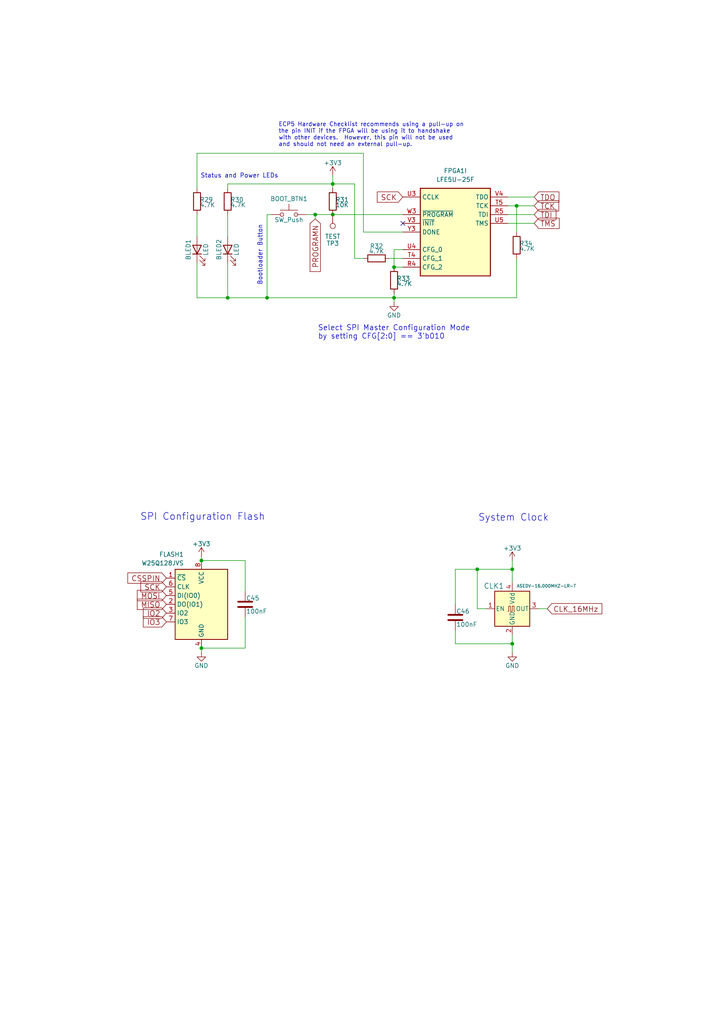
<source format=kicad_sch>
(kicad_sch (version 20231120) (generator "eeschema") (generator_version "8.0")
  (paper "A4" portrait)
  (lib_symbols
    (symbol "Connector:TestPoint" (pin_numbers hide) (pin_names (offset 0.762) hide)
      (property "Reference" "TP" (at 0 6.858 0))
      (property "Value" "TestPoint" (at 0 5.08 0))
      (symbol "TestPoint_0_1"
        (circle (center 0 3.302) (radius 0.762))
      )
      (symbol "TestPoint_1_1"
        (pin passive line (at 0 0 90) (length 2.54) (name "1") (number "1"))
      )
    )
    (symbol "Device:C" (pin_numbers hide) (pin_names (offset 0.254))
      (property "Reference" "C" (at 0.635 2.54 0))
      (property "Value" "C" (at 0.635 -2.54 0))
      (symbol "C_0_1"
        (polyline (pts (xy -2.032 -0.762) (xy 2.032 -0.762)) (stroke (width 0.508)))
        (polyline (pts (xy -2.032 0.762) (xy 2.032 0.762)) (stroke (width 0.508)))
      )
      (symbol "C_1_1"
        (pin passive line (at 0 3.81 270) (length 2.794) (name "~") (number "1"))
        (pin passive line (at 0 -3.81 90) (length 2.794) (name "~") (number "2"))
      )
    )
    (symbol "Device:LED" (pin_numbers hide) (pin_names (offset 1.016) hide)
      (property "Reference" "D" (at 0 2.54 0))
      (property "Value" "LED" (at 0 -2.54 0))
      (symbol "LED_0_1"
        (polyline (pts (xy -1.27 -1.27) (xy -1.27 1.27)) (stroke (width 0.254)))
        (polyline (pts (xy -1.27 0) (xy 1.27 0)))
        (polyline (pts (xy 1.27 -1.27) (xy 1.27 1.27) (xy -1.27 0) (xy 1.27 -1.27)) (stroke (width 0.254)))
        (polyline (pts (xy -3.048 -0.762) (xy -4.572 -2.286) (xy -3.81 -2.286) (xy -4.572 -2.286) (xy -4.572 -1.524)))
        (polyline (pts (xy -1.778 -0.762) (xy -3.302 -2.286) (xy -2.54 -2.286) (xy -3.302 -2.286) (xy -3.302 -1.524)))
      )
      (symbol "LED_1_1"
        (pin passive line (at -3.81 0 0) (length 2.54) (name "K") (number "1"))
        (pin passive line (at 3.81 0 180) (length 2.54) (name "A") (number "2"))
      )
    )
    (symbol "Device:R" (pin_numbers hide) (pin_names (offset 0))
      (property "Reference" "R" (at 2.032 0 90))
      (property "Value" "R" (at 0 0 90))
      (symbol "R_0_1"
        (rectangle (start -1.016 -2.54) (end 1.016 2.54) (stroke (width 0.254)))
      )
      (symbol "R_1_1"
        (pin passive line (at 0 3.81 270) (length 1.27) (name "~") (number "1"))
        (pin passive line (at 0 -3.81 90) (length 1.27) (name "~") (number "2"))
      )
    )
    (symbol "FPGA_Lattice:LFE5U-85F-8BG381x"
      (property "Reference" "U" (at 24.13 16.51 0))
      (property "Value" "LFE5U-85F-8BG381x" (at 24.13 13.97 0))
      (symbol "LFE5U-85F-8BG381x_1_1"
        (rectangle (start -25.4 10.16) (end 25.4 -10.16) (stroke (width 0.3048)) (fill (type background)))
        (pin passive line (at 0 -15.24 90) (length 5.08) hide (name "GND") (number "B14"))
        (pin passive line (at 0 -15.24 90) (length 5.08) hide (name "GND") (number "B7"))
        (pin power_in line (at 0 -15.24 90) (length 5.08) (name "GND") (number "C19"))
        (pin passive line (at 0 -15.24 90) (length 5.08) hide (name "GND") (number "D4"))
        (pin passive line (at 0 -15.24 90) (length 5.08) hide (name "GND") (number "F13"))
        (pin passive line (at 0 -15.24 90) (length 5.08) hide (name "GND") (number "F14"))
        (pin passive line (at 12.7 15.24 270) (length 5.08) hide (name "VCCAUX") (number "F15"))
        (pin passive line (at 12.7 15.24 270) (length 5.08) hide (name "VCCAUX") (number "F6"))
        (pin passive line (at 0 -15.24 90) (length 5.08) hide (name "GND") (number "F7"))
        (pin passive line (at 0 -15.24 90) (length 5.08) hide (name "GND") (number "F8"))
        (pin passive line (at 0 -15.24 90) (length 5.08) hide (name "GND") (number "G10"))
        (pin passive line (at 0 -15.24 90) (length 5.08) hide (name "GND") (number "G11"))
        (pin passive line (at 0 -15.24 90) (length 5.08) hide (name "GND") (number "G12"))
        (pin passive line (at 0 -15.24 90) (length 5.08) hide (name "GND") (number "G13"))
        (pin passive line (at 0 -15.24 90) (length 5.08) hide (name "GND") (number "G14"))
        (pin passive line (at 0 -15.24 90) (length 5.08) hide (name "GND") (number "G15"))
        (pin passive line (at 0 -15.24 90) (length 5.08) hide (name "GND") (number "G17"))
        (pin passive line (at 0 -15.24 90) (length 5.08) hide (name "GND") (number "G4"))
        (pin passive line (at 0 -15.24 90) (length 5.08) hide (name "GND") (number "G6"))
        (pin passive line (at 0 -15.24 90) (length 5.08) hide (name "GND") (number "G7"))
        (pin passive line (at 0 -15.24 90) (length 5.08) hide (name "GND") (number "G8"))
        (pin passive line (at 0 -15.24 90) (length 5.08) hide (name "GND") (number "G9"))
        (pin passive line (at 0 15.24 270) (length 5.08) hide (name "VCC") (number "H10"))
        (pin passive line (at 0 15.24 270) (length 5.08) hide (name "VCC") (number "H11"))
        (pin passive line (at 0 15.24 270) (length 5.08) hide (name "VCC") (number "H12"))
        (pin power_in line (at 0 15.24 270) (length 5.08) (name "VCC") (number "H13"))
        (pin passive line (at 0 -15.24 90) (length 5.08) hide (name "GND") (number "H19"))
        (pin passive line (at 0 15.24 270) (length 5.08) hide (name "VCC") (number "H8"))
        (pin passive line (at 0 15.24 270) (length 5.08) hide (name "VCC") (number "H9"))
        (pin passive line (at 0 -15.24 90) (length 5.08) hide (name "GND") (number "J10"))
        (pin passive line (at 0 -15.24 90) (length 5.08) hide (name "GND") (number "J11"))
        (pin passive line (at 0 -15.24 90) (length 5.08) hide (name "GND") (number "J12"))
        (pin passive line (at 0 15.24 270) (length 5.08) hide (name "VCC") (number "J13"))
        (pin passive line (at 0 -15.24 90) (length 5.08) hide (name "GND") (number "J14"))
        (pin passive line (at 0 -15.24 90) (length 5.08) hide (name "GND") (number "J2"))
        (pin passive line (at 0 -15.24 90) (length 5.08) hide (name "GND") (number "J7"))
        (pin passive line (at 0 15.24 270) (length 5.08) hide (name "VCC") (number "J8"))
        (pin passive line (at 0 -15.24 90) (length 5.08) hide (name "GND") (number "J9"))
        (pin passive line (at 0 -15.24 90) (length 5.08) hide (name "GND") (number "K10"))
        (pin passive line (at 0 -15.24 90) (length 5.08) hide (name "GND") (number "K11"))
        (pin passive line (at 0 -15.24 90) (length 5.08) hide (name "GND") (number "K12"))
        (pin passive line (at 0 15.24 270) (length 5.08) hide (name "VCC") (number "K13"))
        (pin passive line (at 0 -15.24 90) (length 5.08) hide (name "GND") (number "K14"))
        (pin passive line (at 0 -15.24 90) (length 5.08) hide (name "GND") (number "K15"))
        (pin passive line (at 0 -15.24 90) (length 5.08) hide (name "GND") (number "K6"))
        (pin passive line (at 0 -15.24 90) (length 5.08) hide (name "GND") (number "K7"))
        (pin passive line (at 0 15.24 270) (length 5.08) hide (name "VCC") (number "K8"))
        (pin passive line (at 0 -15.24 90) (length 5.08) hide (name "GND") (number "K9"))
        (pin passive line (at 0 -15.24 90) (length 5.08) hide (name "GND") (number "L10"))
        (pin passive line (at 0 -15.24 90) (length 5.08) hide (name "GND") (number "L11"))
        (pin passive line (at 0 -15.24 90) (length 5.08) hide (name "GND") (number "L12"))
        (pin passive line (at 0 15.24 270) (length 5.08) hide (name "VCC") (number "L13"))
        (pin passive line (at 0 15.24 270) (length 5.08) hide (name "VCC") (number "L8"))
        (pin passive line (at 0 -15.24 90) (length 5.08) hide (name "GND") (number "L9"))
        (pin passive line (at 0 -15.24 90) (length 5.08) hide (name "GND") (number "M10"))
        (pin passive line (at 0 -15.24 90) (length 5.08) hide (name "GND") (number "M11"))
        (pin passive line (at 0 -15.24 90) (length 5.08) hide (name "GND") (number "M12"))
        (pin passive line (at 0 15.24 270) (length 5.08) hide (name "VCC") (number "M13"))
        (pin passive line (at 0 -15.24 90) (length 5.08) hide (name "GND") (number "M14"))
        (pin passive line (at 0 -15.24 90) (length 5.08) hide (name "GND") (number "M16"))
        (pin passive line (at 0 -15.24 90) (length 5.08) hide (name "GND") (number "M2"))
        (pin passive line (at 0 -15.24 90) (length 5.08) hide (name "GND") (number "M7"))
        (pin passive line (at 0 15.24 270) (length 5.08) hide (name "VCC") (number "M8"))
        (pin passive line (at 0 -15.24 90) (length 5.08) hide (name "GND") (number "M9"))
        (pin passive line (at 0 15.24 270) (length 5.08) hide (name "VCC") (number "N10"))
        (pin passive line (at 0 15.24 270) (length 5.08) hide (name "VCC") (number "N11"))
        (pin passive line (at 0 15.24 270) (length 5.08) hide (name "VCC") (number "N12"))
        (pin passive line (at 0 15.24 270) (length 5.08) hide (name "VCC") (number "N13"))
        (pin passive line (at 0 -15.24 90) (length 5.08) hide (name "GND") (number "N14"))
        (pin passive line (at 0 -15.24 90) (length 5.08) hide (name "GND") (number "N15"))
        (pin passive line (at 0 -15.24 90) (length 5.08) hide (name "GND") (number "N6"))
        (pin passive line (at 0 -15.24 90) (length 5.08) hide (name "GND") (number "N7"))
        (pin passive line (at 0 15.24 270) (length 5.08) hide (name "VCC") (number "N8"))
        (pin passive line (at 0 15.24 270) (length 5.08) hide (name "VCC") (number "N9"))
        (pin passive line (at 0 -15.24 90) (length 5.08) hide (name "GND") (number "P11"))
        (pin passive line (at 0 -15.24 90) (length 5.08) hide (name "GND") (number "P12"))
        (pin passive line (at 0 -15.24 90) (length 5.08) hide (name "GND") (number "P13"))
        (pin passive line (at 0 -15.24 90) (length 5.08) hide (name "GND") (number "P14"))
        (pin power_in line (at 12.7 15.24 270) (length 5.08) (name "VCCAUX") (number "P15"))
        (pin passive line (at 12.7 15.24 270) (length 5.08) hide (name "VCCAUX") (number "P6"))
        (pin passive line (at 0 -15.24 90) (length 5.08) hide (name "GND") (number "P7"))
        (pin passive line (at 0 -15.24 90) (length 5.08) hide (name "GND") (number "P8"))
        (pin passive line (at 0 -15.24 90) (length 5.08) hide (name "GND") (number "R19"))
        (pin passive line (at 0 -15.24 90) (length 5.08) hide (name "GND") (number "T10"))
        (pin passive line (at 0 -15.24 90) (length 5.08) hide (name "GND") (number "T11"))
        (pin passive line (at 0 -15.24 90) (length 5.08) hide (name "GND") (number "T12"))
        (pin passive line (at 0 -15.24 90) (length 5.08) hide (name "GND") (number "T13"))
        (pin passive line (at 0 -15.24 90) (length 5.08) hide (name "GND") (number "T14"))
        (pin passive line (at 0 -15.24 90) (length 5.08) hide (name "GND") (number "T15"))
        (pin passive line (at 0 -15.24 90) (length 5.08) hide (name "GND") (number "T6"))
        (pin passive line (at 0 -15.24 90) (length 5.08) hide (name "GND") (number "T7"))
        (pin passive line (at 0 -15.24 90) (length 5.08) hide (name "GND") (number "T8"))
        (pin passive line (at 0 -15.24 90) (length 5.08) hide (name "GND") (number "T9"))
        (pin passive line (at 0 -15.24 90) (length 5.08) hide (name "GND") (number "U10"))
        (pin passive line (at 0 -15.24 90) (length 5.08) hide (name "GND") (number "U11"))
        (pin passive line (at 0 -15.24 90) (length 5.08) hide (name "GND") (number "U12"))
        (pin passive line (at 0 -15.24 90) (length 5.08) hide (name "GND") (number "U13"))
        (pin passive line (at 0 -15.24 90) (length 5.08) hide (name "GND") (number "U14"))
        (pin passive line (at 0 -15.24 90) (length 5.08) hide (name "GND") (number "U15"))
        (pin passive line (at 0 -15.24 90) (length 5.08) hide (name "GND") (number "U6"))
        (pin passive line (at 0 -15.24 90) (length 5.08) hide (name "GND") (number "U7"))
        (pin passive line (at 0 -15.24 90) (length 5.08) hide (name "GND") (number "U8"))
        (pin passive line (at 0 -15.24 90) (length 5.08) hide (name "GND") (number "U9"))
        (pin passive line (at 0 -15.24 90) (length 5.08) hide (name "GND") (number "V10"))
        (pin passive line (at 0 -15.24 90) (length 5.08) hide (name "GND") (number "V11"))
        (pin passive line (at 0 -15.24 90) (length 5.08) hide (name "GND") (number "V12"))
        (pin passive line (at 0 -15.24 90) (length 5.08) hide (name "GND") (number "V13"))
        (pin passive line (at 0 -15.24 90) (length 5.08) hide (name "GND") (number "V14"))
        (pin passive line (at 0 -15.24 90) (length 5.08) hide (name "GND") (number "V15"))
        (pin passive line (at 0 -15.24 90) (length 5.08) hide (name "GND") (number "V16"))
        (pin passive line (at 0 -15.24 90) (length 5.08) hide (name "GND") (number "V17"))
        (pin passive line (at 0 -15.24 90) (length 5.08) hide (name "GND") (number "V18"))
        (pin passive line (at 0 -15.24 90) (length 5.08) hide (name "GND") (number "V19"))
        (pin passive line (at 0 -15.24 90) (length 5.08) hide (name "GND") (number "V20"))
        (pin passive line (at 0 -15.24 90) (length 5.08) hide (name "GND") (number "V5"))
        (pin passive line (at 0 -15.24 90) (length 5.08) hide (name "GND") (number "V6"))
        (pin passive line (at 0 -15.24 90) (length 5.08) hide (name "GND") (number "V7"))
        (pin passive line (at 0 -15.24 90) (length 5.08) hide (name "GND") (number "V8"))
        (pin passive line (at 0 -15.24 90) (length 5.08) hide (name "GND") (number "V9"))
        (pin passive line (at 0 -15.24 90) (length 5.08) hide (name "GND") (number "W12"))
        (pin no_connect line (at 25.4 -5.08 180) (length 5.08) hide (name "RESERVED") (number "W13"))
        (pin no_connect line (at 25.4 -2.54 180) (length 5.08) hide (name "RESERVED") (number "W14"))
        (pin passive line (at 0 -15.24 90) (length 5.08) hide (name "GND") (number "W15"))
        (pin passive line (at 0 -15.24 90) (length 5.08) hide (name "GND") (number "W16"))
        (pin no_connect line (at 25.4 0 180) (length 5.08) hide (name "RESERVED") (number "W17"))
        (pin no_connect line (at 25.4 2.54 180) (length 5.08) hide (name "RESERVED") (number "W18"))
        (pin passive line (at 0 -15.24 90) (length 5.08) hide (name "GND") (number "W19"))
        (pin passive line (at 0 -15.24 90) (length 5.08) hide (name "GND") (number "W20"))
        (pin no_connect line (at -25.4 2.54 0) (length 5.08) hide (name "RESERVED") (number "W4"))
        (pin no_connect line (at -25.4 0 0) (length 5.08) hide (name "RESERVED") (number "W5"))
        (pin passive line (at 0 -15.24 90) (length 5.08) hide (name "GND") (number "W6"))
        (pin passive line (at 0 -15.24 90) (length 5.08) hide (name "GND") (number "W7"))
        (pin no_connect line (at -25.4 -2.54 0) (length 5.08) hide (name "RESERVED") (number "W8"))
        (pin no_connect line (at -25.4 -5.08 0) (length 5.08) hide (name "RESERVED") (number "W9"))
        (pin passive line (at 0 -15.24 90) (length 5.08) hide (name "GND") (number "Y11"))
        (pin passive line (at 0 -15.24 90) (length 5.08) hide (name "GND") (number "Y12"))
        (pin passive line (at 0 -15.24 90) (length 5.08) hide (name "GND") (number "Y14"))
        (pin passive line (at 0 -15.24 90) (length 5.08) hide (name "GND") (number "Y15"))
        (pin passive line (at 0 -15.24 90) (length 5.08) hide (name "GND") (number "Y16"))
        (pin passive line (at 0 -15.24 90) (length 5.08) hide (name "GND") (number "Y17"))
        (pin passive line (at 0 -15.24 90) (length 5.08) hide (name "GND") (number "Y19"))
        (pin passive line (at 0 -15.24 90) (length 5.08) hide (name "GND") (number "Y5"))
        (pin passive line (at 0 -15.24 90) (length 5.08) hide (name "GND") (number "Y6"))
        (pin passive line (at 0 -15.24 90) (length 5.08) hide (name "GND") (number "Y7"))
        (pin passive line (at 0 -15.24 90) (length 5.08) hide (name "GND") (number "Y8"))
      )
      (symbol "LFE5U-85F-8BG381x_2_1"
        (rectangle (start -5.08 40.64) (end 5.08 -40.64) (stroke (width 0.3048)) (fill (type background)))
        (pin bidirectional line (at -10.16 -27.94 0) (length 5.08) (name "PT63A") (number "A10"))
        (pin bidirectional line (at -10.16 -30.48 0) (length 5.08) (name "PT63B") (number "A11"))
        (pin bidirectional line (at -10.16 30.48 0) (length 5.08) (name "PT4A") (number "A6"))
        (pin bidirectional line (at -10.16 0 0) (length 5.08) (name "PT18A") (number "A7"))
        (pin bidirectional line (at -10.16 -2.54 0) (length 5.08) (name "PT18B") (number "A8"))
        (pin bidirectional line (at -10.16 -22.86 0) (length 5.08) (name "PT60A") (number "A9"))
        (pin bidirectional line (at -10.16 -25.4 0) (length 5.08) (name "PT60B") (number "B10"))
        (pin bidirectional line (at -10.16 -33.02 0) (length 5.08) (name "PT65A") (number "B11"))
        (pin bidirectional line (at -10.16 27.94 0) (length 5.08) (name "PT4B") (number "B6"))
        (pin bidirectional line (at -10.16 2.54 0) (length 5.08) (name "PT15B") (number "B8"))
        (pin bidirectional line (at -10.16 -17.78 0) (length 5.08) (name "PT58A") (number "B9"))
        (pin bidirectional line (at -10.16 -20.32 0) (length 5.08) (name "PT58B") (number "C10"))
        (pin bidirectional line (at -10.16 -35.56 0) (length 5.08) (name "PT65B") (number "C11"))
        (pin bidirectional line (at -10.16 15.24 0) (length 5.08) (name "PT11A") (number "C6"))
        (pin bidirectional line (at -10.16 12.7 0) (length 5.08) (name "PT11B") (number "C7"))
        (pin bidirectional line (at -10.16 5.08 0) (length 5.08) (name "PT15A") (number "C8"))
        (pin bidirectional line (at -10.16 -10.16 0) (length 5.08) (name "PT54A") (number "C9"))
        (pin bidirectional line (at -10.16 -12.7 0) (length 5.08) (name "PT56A") (number "D10"))
        (pin bidirectional line (at -10.16 22.86 0) (length 5.08) (name "PT6B") (number "D6"))
        (pin bidirectional line (at -10.16 17.78 0) (length 5.08) (name "PT9B") (number "D7"))
        (pin bidirectional line (at -10.16 7.62 0) (length 5.08) (name "PT13B") (number "D8"))
        (pin bidirectional line (at -10.16 -5.08 0) (length 5.08) (name "PT20A") (number "D9"))
        (pin bidirectional line (at -10.16 -15.24 0) (length 5.08) (name "PT56B") (number "E10"))
        (pin bidirectional line (at -10.16 25.4 0) (length 5.08) (name "PT6A") (number "E6"))
        (pin bidirectional line (at -10.16 20.32 0) (length 5.08) (name "PT9A") (number "E7"))
        (pin bidirectional line (at -10.16 10.16 0) (length 5.08) (name "PT13A") (number "E8"))
        (pin bidirectional line (at -10.16 -7.62 0) (length 5.08) (name "PT20B") (number "E9"))
        (pin power_in line (at 0 45.72 270) (length 5.08) (name "VCCIO0") (number "F10"))
        (pin passive line (at 0 45.72 270) (length 5.08) hide (name "VCCIO0") (number "F9"))
      )
      (symbol "LFE5U-85F-8BG381x_3_1"
        (rectangle (start -5.08 48.26) (end 5.08 -48.26) (stroke (width 0.3048)) (fill (type background)))
        (pin bidirectional line (at -10.16 22.86 0) (length 5.08) (name "PT76A") (number "A12"))
        (pin bidirectional line (at -10.16 20.32 0) (length 5.08) (name "PT76B") (number "A13"))
        (pin bidirectional line (at -10.16 7.62 0) (length 5.08) (name "PT83A") (number "A14"))
        (pin bidirectional line (at -10.16 -2.54 0) (length 5.08) (name "PT103A") (number "A15"))
        (pin bidirectional line (at -10.16 -15.24 0) (length 5.08) (name "PT110A") (number "A16"))
        (pin bidirectional line (at -10.16 -30.48 0) (length 5.08) (name "PT116A") (number "A17"))
        (pin bidirectional line (at -10.16 -35.56 0) (length 5.08) (name "PT119A") (number "A18"))
        (pin bidirectional line (at -10.16 -40.64 0) (length 5.08) (name "PT121A") (number "A19"))
        (pin bidirectional line (at -10.16 33.02 0) (length 5.08) (name "PT71A") (number "B12"))
        (pin bidirectional line (at -10.16 17.78 0) (length 5.08) (name "PT78A") (number "B13"))
        (pin bidirectional line (at -10.16 -5.08 0) (length 5.08) (name "PT105A") (number "B15"))
        (pin bidirectional line (at -10.16 -17.78 0) (length 5.08) (name "PT110B") (number "B16"))
        (pin bidirectional line (at -10.16 -25.4 0) (length 5.08) (name "PT114A") (number "B17"))
        (pin bidirectional line (at -10.16 -33.02 0) (length 5.08) (name "PT116B") (number "B18"))
        (pin bidirectional line (at -10.16 -38.1 0) (length 5.08) (name "PT119B") (number "B19"))
        (pin bidirectional line (at -10.16 -43.18 0) (length 5.08) (name "PT121B") (number "B20"))
        (pin bidirectional line (at -10.16 30.48 0) (length 5.08) (name "PT71B") (number "C12"))
        (pin bidirectional line (at -10.16 15.24 0) (length 5.08) (name "PT78B") (number "C13"))
        (pin bidirectional line (at -10.16 5.08 0) (length 5.08) (name "PT83B") (number "C14"))
        (pin bidirectional line (at -10.16 -7.62 0) (length 5.08) (name "PT105B") (number "C15"))
        (pin bidirectional line (at -10.16 -20.32 0) (length 5.08) (name "PT112A") (number "C16"))
        (pin bidirectional line (at -10.16 -27.94 0) (length 5.08) (name "PT114B") (number "C17"))
        (pin bidirectional line (at -10.16 38.1 0) (length 5.08) (name "PT69A") (number "D11"))
        (pin bidirectional line (at -10.16 27.94 0) (length 5.08) (name "PT74A") (number "D12"))
        (pin bidirectional line (at -10.16 12.7 0) (length 5.08) (name "PT80A") (number "D13"))
        (pin bidirectional line (at -10.16 2.54 0) (length 5.08) (name "PT85A") (number "D14"))
        (pin bidirectional line (at -10.16 -10.16 0) (length 5.08) (name "PT107A") (number "D15"))
        (pin bidirectional line (at -10.16 -22.86 0) (length 5.08) (name "PT112B") (number "D16"))
        (pin bidirectional line (at -10.16 35.56 0) (length 5.08) (name "PT69B") (number "E11"))
        (pin bidirectional line (at -10.16 25.4 0) (length 5.08) (name "PT74B") (number "E12"))
        (pin bidirectional line (at -10.16 10.16 0) (length 5.08) (name "PT80B") (number "E13"))
        (pin bidirectional line (at -10.16 0 0) (length 5.08) (name "PT85B") (number "E14"))
        (pin bidirectional line (at -10.16 -12.7 0) (length 5.08) (name "PT107B") (number "E15"))
        (pin passive line (at 0 53.34 270) (length 5.08) hide (name "VCCIO1") (number "F11"))
        (pin power_in line (at 0 53.34 270) (length 5.08) (name "VCCIO1") (number "F12"))
      )
      (symbol "LFE5U-85F-8BG381x_4_1"
        (rectangle (start -5.08 48.26) (end 5.08 -48.26) (stroke (width 0.3048)) (fill (type background)))
        (pin bidirectional line (at -10.16 38.1 0) (length 5.08) (name "PR11A") (number "C18"))
        (pin bidirectional line (at -10.16 -7.62 0) (length 5.08) (name "PR35A") (number "C20"))
        (pin bidirectional line (at -10.16 35.56 0) (length 5.08) (name "PR11B") (number "D17"))
        (pin bidirectional line (at -10.16 27.94 0) (length 5.08) (name "PR14A") (number "D18"))
        (pin bidirectional line (at -10.16 -10.16 0) (length 5.08) (name "PR35B") (number "D19"))
        (pin bidirectional line (at -10.16 -12.7 0) (length 5.08) (name "PR35C") (number "D20"))
        (pin bidirectional line (at -10.16 33.02 0) (length 5.08) (name "PR11C") (number "E16"))
        (pin bidirectional line (at -10.16 25.4 0) (length 5.08) (name "PR14B") (number "E17"))
        (pin bidirectional line (at -10.16 22.86 0) (length 5.08) (name "PR14C") (number "E18"))
        (pin bidirectional line (at -10.16 -15.24 0) (length 5.08) (name "PR35D") (number "E19"))
        (pin bidirectional line (at -10.16 -17.78 0) (length 5.08) (name "PR38A") (number "E20"))
        (pin bidirectional line (at -10.16 30.48 0) (length 5.08) (name "PR11D") (number "F16"))
        (pin bidirectional line (at -10.16 17.78 0) (length 5.08) (name "PR17A") (number "F17"))
        (pin bidirectional line (at -10.16 20.32 0) (length 5.08) (name "PR14D") (number "F18"))
        (pin bidirectional line (at -10.16 -20.32 0) (length 5.08) (name "PR38B") (number "F19"))
        (pin bidirectional line (at -10.16 -22.86 0) (length 5.08) (name "PR38C") (number "F20"))
        (pin bidirectional line (at -10.16 12.7 0) (length 5.08) (name "PR17C") (number "G16"))
        (pin bidirectional line (at -10.16 15.24 0) (length 5.08) (name "PR17B") (number "G18"))
        (pin bidirectional line (at -10.16 -27.94 0) (length 5.08) (name "PR41A") (number "G19"))
        (pin bidirectional line (at -10.16 -25.4 0) (length 5.08) (name "PR38D") (number "G20"))
        (pin passive line (at 0 53.34 270) (length 5.08) hide (name "VCCIO2") (number "H14"))
        (pin power_in line (at 0 53.34 270) (length 5.08) (name "VCCIO2") (number "H15"))
        (pin bidirectional line (at -10.16 10.16 0) (length 5.08) (name "PR17D") (number "H16"))
        (pin bidirectional line (at -10.16 5.08 0) (length 5.08) (name "PR20B") (number "H17"))
        (pin bidirectional line (at -10.16 7.62 0) (length 5.08) (name "PR20A") (number "H18"))
        (pin bidirectional line (at -10.16 -30.48 0) (length 5.08) (name "PR41B") (number "H20"))
        (pin passive line (at 0 53.34 270) (length 5.08) hide (name "VCCIO2") (number "J15"))
        (pin bidirectional line (at -10.16 0 0) (length 5.08) (name "PR20D") (number "J16"))
        (pin bidirectional line (at -10.16 2.54 0) (length 5.08) (name "PR20C") (number "J17"))
        (pin bidirectional line (at -10.16 -33.02 0) (length 5.08) (name "PR41C") (number "J18"))
        (pin bidirectional line (at -10.16 -38.1 0) (length 5.08) (name "PR44A") (number "J19"))
        (pin bidirectional line (at -10.16 -43.18 0) (length 5.08) (name "PR44C") (number "J20"))
        (pin bidirectional line (at -10.16 -2.54 0) (length 5.08) (name "PR29A") (number "K16"))
        (pin bidirectional line (at -10.16 -5.08 0) (length 5.08) (name "PR29B") (number "K17"))
        (pin bidirectional line (at -10.16 -35.56 0) (length 5.08) (name "PR41D") (number "K18"))
        (pin bidirectional line (at -10.16 -40.64 0) (length 5.08) (name "PR44B") (number "K19"))
        (pin bidirectional line (at -10.16 -45.72 0) (length 5.08) (name "PR44D") (number "K20"))
      )
      (symbol "LFE5U-85F-8BG381x_5_1"
        (rectangle (start -5.08 48.26) (end 5.08 -48.26) (stroke (width 0.3048)) (fill (type background)))
        (pin passive line (at 0 53.34 270) (length 5.08) hide (name "VCCIO3") (number "L14"))
        (pin power_in line (at 0 53.34 270) (length 5.08) (name "VCCIO3") (number "L15"))
        (pin bidirectional line (at -10.16 27.94 0) (length 5.08) (name "PR50A") (number "L16"))
        (pin bidirectional line (at -10.16 25.4 0) (length 5.08) (name "PR50B") (number "L17"))
        (pin bidirectional line (at -10.16 22.86 0) (length 5.08) (name "PR50C") (number "L18"))
        (pin bidirectional line (at -10.16 33.02 0) (length 5.08) (name "PR47C") (number "L19"))
        (pin bidirectional line (at -10.16 38.1 0) (length 5.08) (name "PR47A") (number "L20"))
        (pin passive line (at 0 53.34 270) (length 5.08) hide (name "VCCIO3") (number "M15"))
        (pin bidirectional line (at -10.16 15.24 0) (length 5.08) (name "PR53B") (number "M17"))
        (pin bidirectional line (at -10.16 20.32 0) (length 5.08) (name "PR50D") (number "M18"))
        (pin bidirectional line (at -10.16 30.48 0) (length 5.08) (name "PR47D") (number "M19"))
        (pin bidirectional line (at -10.16 35.56 0) (length 5.08) (name "PR47B") (number "M20"))
        (pin bidirectional line (at -10.16 17.78 0) (length 5.08) (name "PR53A") (number "N16"))
        (pin bidirectional line (at -10.16 7.62 0) (length 5.08) (name "PR56A") (number "N17"))
        (pin bidirectional line (at -10.16 12.7 0) (length 5.08) (name "PR53C") (number "N18"))
        (pin bidirectional line (at -10.16 -5.08 0) (length 5.08) (name "PR83A") (number "N19"))
        (pin bidirectional line (at -10.16 -7.62 0) (length 5.08) (name "PR83B") (number "N20"))
        (pin bidirectional line (at -10.16 5.08 0) (length 5.08) (name "PR56B") (number "P16"))
        (pin bidirectional line (at -10.16 10.16 0) (length 5.08) (name "PR53D") (number "P17"))
        (pin bidirectional line (at -10.16 -12.7 0) (length 5.08) (name "PR83D") (number "P18"))
        (pin bidirectional line (at -10.16 -10.16 0) (length 5.08) (name "PR83C") (number "P19"))
        (pin bidirectional line (at -10.16 -15.24 0) (length 5.08) (name "PR86A") (number "P20"))
        (pin bidirectional line (at -10.16 2.54 0) (length 5.08) (name "PR56C") (number "R16"))
        (pin bidirectional line (at -10.16 0 0) (length 5.08) (name "PR56D") (number "R17"))
        (pin bidirectional line (at -10.16 -27.94 0) (length 5.08) (name "PR89B") (number "R18"))
        (pin bidirectional line (at -10.16 -17.78 0) (length 5.08) (name "PR86B") (number "R20"))
        (pin bidirectional line (at -10.16 -2.54 0) (length 5.08) (name "PR77A") (number "T16"))
        (pin bidirectional line (at -10.16 -43.18 0) (length 5.08) (name "PR92D") (number "T17"))
        (pin bidirectional line (at -10.16 -33.02 0) (length 5.08) (name "PR89D") (number "T18"))
        (pin bidirectional line (at -10.16 -25.4 0) (length 5.08) (name "PR89A") (number "T19"))
        (pin bidirectional line (at -10.16 -20.32 0) (length 5.08) (name "PR86C") (number "T20"))
        (pin bidirectional line (at -10.16 -40.64 0) (length 5.08) (name "PR92C") (number "U16"))
        (pin bidirectional line (at -10.16 -38.1 0) (length 5.08) (name "PR92B") (number "U17"))
        (pin bidirectional line (at -10.16 -35.56 0) (length 5.08) (name "PR92A") (number "U18"))
        (pin bidirectional line (at -10.16 -30.48 0) (length 5.08) (name "PR89C") (number "U19"))
        (pin bidirectional line (at -10.16 -22.86 0) (length 5.08) (name "PR86D") (number "U20"))
      )
      (symbol "LFE5U-85F-8BG381x_6_1"
        (rectangle (start -5.08 48.26) (end 5.08 -48.26) (stroke (width 0.3048)) (fill (type background)))
        (pin bidirectional line (at -10.16 35.56 0) (length 5.08) (name "PL47B") (number "F1"))
        (pin bidirectional line (at -10.16 30.48 0) (length 5.08) (name "PL47D") (number "G1"))
        (pin bidirectional line (at -10.16 38.1 0) (length 5.08) (name "PL47A") (number "G2"))
        (pin bidirectional line (at -10.16 12.7 0) (length 5.08) (name "PL53C") (number "H1"))
        (pin bidirectional line (at -10.16 33.02 0) (length 5.08) (name "PL47C") (number "H2"))
        (pin bidirectional line (at -10.16 15.24 0) (length 5.08) (name "PL53B") (number "J1"))
        (pin bidirectional line (at -10.16 22.86 0) (length 5.08) (name "PL50C") (number "J3"))
        (pin bidirectional line (at -10.16 27.94 0) (length 5.08) (name "PL50A") (number "J4"))
        (pin bidirectional line (at -10.16 25.4 0) (length 5.08) (name "PL50B") (number "J5"))
        (pin bidirectional line (at -10.16 10.16 0) (length 5.08) (name "PL53D") (number "K1"))
        (pin bidirectional line (at -10.16 17.78 0) (length 5.08) (name "PL53A") (number "K2"))
        (pin bidirectional line (at -10.16 20.32 0) (length 5.08) (name "PL50D") (number "K3"))
        (pin bidirectional line (at -10.16 7.62 0) (length 5.08) (name "PL56A") (number "K4"))
        (pin bidirectional line (at -10.16 5.08 0) (length 5.08) (name "PL56B") (number "K5"))
        (pin bidirectional line (at -10.16 -30.48 0) (length 5.08) (name "PL89C") (number "L1"))
        (pin bidirectional line (at -10.16 -22.86 0) (length 5.08) (name "PL86D") (number "L2"))
        (pin bidirectional line (at -10.16 -20.32 0) (length 5.08) (name "PL86C") (number "L3"))
        (pin bidirectional line (at -10.16 2.54 0) (length 5.08) (name "PL56C") (number "L4"))
        (pin bidirectional line (at -10.16 0 0) (length 5.08) (name "PL56D") (number "L5"))
        (pin passive line (at 0 53.34 270) (length 5.08) hide (name "VCCIO6") (number "L6"))
        (pin power_in line (at 0 53.34 270) (length 5.08) (name "VCCIO6") (number "L7"))
        (pin bidirectional line (at -10.16 -27.94 0) (length 5.08) (name "PL89B") (number "M1"))
        (pin bidirectional line (at -10.16 -17.78 0) (length 5.08) (name "PL86B") (number "M3"))
        (pin bidirectional line (at -10.16 -5.08 0) (length 5.08) (name "PL83A") (number "M4"))
        (pin bidirectional line (at -10.16 -2.54 0) (length 5.08) (name "PL77A") (number "M5"))
        (pin passive line (at 0 53.34 270) (length 5.08) hide (name "VCCIO6") (number "M6"))
        (pin bidirectional line (at -10.16 -33.02 0) (length 5.08) (name "PL89D") (number "N1"))
        (pin bidirectional line (at -10.16 -25.4 0) (length 5.08) (name "PL89A") (number "N2"))
        (pin bidirectional line (at -10.16 -15.24 0) (length 5.08) (name "PL86A") (number "N3"))
        (pin bidirectional line (at -10.16 -10.16 0) (length 5.08) (name "PL83C") (number "N4"))
        (pin bidirectional line (at -10.16 -7.62 0) (length 5.08) (name "PL83B") (number "N5"))
        (pin bidirectional line (at -10.16 -35.56 0) (length 5.08) (name "PL92A") (number "P1"))
        (pin bidirectional line (at -10.16 -38.1 0) (length 5.08) (name "PL92B") (number "P2"))
        (pin bidirectional line (at -10.16 -40.64 0) (length 5.08) (name "PL92C") (number "P3"))
        (pin bidirectional line (at -10.16 -43.18 0) (length 5.08) (name "PL92D") (number "P4"))
        (pin bidirectional line (at -10.16 -12.7 0) (length 5.08) (name "PL83D") (number "P5"))
      )
      (symbol "LFE5U-85F-8BG381x_7_1"
        (rectangle (start -5.08 45.72) (end 5.08 -45.72) (stroke (width 0.3048)) (fill (type background)))
        (pin bidirectional line (at -10.16 -5.08 0) (length 5.08) (name "PL35A") (number "A2"))
        (pin bidirectional line (at -10.16 20.32 0) (length 5.08) (name "PL14C") (number "A3"))
        (pin bidirectional line (at -10.16 35.56 0) (length 5.08) (name "PL11A") (number "A4"))
        (pin bidirectional line (at -10.16 33.02 0) (length 5.08) (name "PL11B") (number "A5"))
        (pin bidirectional line (at -10.16 -7.62 0) (length 5.08) (name "PL35B") (number "B1"))
        (pin bidirectional line (at -10.16 -10.16 0) (length 5.08) (name "PL35C") (number "B2"))
        (pin bidirectional line (at -10.16 17.78 0) (length 5.08) (name "PL14D") (number "B3"))
        (pin bidirectional line (at -10.16 22.86 0) (length 5.08) (name "PL14B") (number "B4"))
        (pin bidirectional line (at -10.16 30.48 0) (length 5.08) (name "PL11C") (number "B5"))
        (pin bidirectional line (at -10.16 -15.24 0) (length 5.08) (name "PL38A") (number "C1"))
        (pin bidirectional line (at -10.16 -12.7 0) (length 5.08) (name "PL35D") (number "C2"))
        (pin bidirectional line (at -10.16 10.16 0) (length 5.08) (name "PL17C") (number "C3"))
        (pin bidirectional line (at -10.16 25.4 0) (length 5.08) (name "PL14A") (number "C4"))
        (pin bidirectional line (at -10.16 27.94 0) (length 5.08) (name "PL11D") (number "C5"))
        (pin bidirectional line (at -10.16 -17.78 0) (length 5.08) (name "PL38B") (number "D1"))
        (pin bidirectional line (at -10.16 -20.32 0) (length 5.08) (name "PL38C") (number "D2"))
        (pin bidirectional line (at -10.16 7.62 0) (length 5.08) (name "PL17D") (number "D3"))
        (pin bidirectional line (at -10.16 12.7 0) (length 5.08) (name "PL17B") (number "D5"))
        (pin bidirectional line (at -10.16 -22.86 0) (length 5.08) (name "PL38D") (number "E1"))
        (pin bidirectional line (at -10.16 -43.18 0) (length 5.08) (name "PL44D") (number "E2"))
        (pin bidirectional line (at -10.16 2.54 0) (length 5.08) (name "PL20B") (number "E3"))
        (pin bidirectional line (at -10.16 15.24 0) (length 5.08) (name "PL17A") (number "E4"))
        (pin bidirectional line (at -10.16 0 0) (length 5.08) (name "PL20C") (number "E5"))
        (pin bidirectional line (at -10.16 -40.64 0) (length 5.08) (name "PL44C") (number "F2"))
        (pin bidirectional line (at -10.16 -38.1 0) (length 5.08) (name "PL44B") (number "F3"))
        (pin bidirectional line (at -10.16 5.08 0) (length 5.08) (name "PL20A") (number "F4"))
        (pin bidirectional line (at -10.16 -2.54 0) (length 5.08) (name "PL20D") (number "F5"))
        (pin bidirectional line (at -10.16 -35.56 0) (length 5.08) (name "PL44A") (number "G3"))
        (pin bidirectional line (at -10.16 -27.94 0) (length 5.08) (name "PL41B") (number "G5"))
        (pin bidirectional line (at -10.16 -33.02 0) (length 5.08) (name "PL41D") (number "H3"))
        (pin bidirectional line (at -10.16 -25.4 0) (length 5.08) (name "PL41A") (number "H4"))
        (pin bidirectional line (at -10.16 -30.48 0) (length 5.08) (name "PL41C") (number "H5"))
        (pin passive line (at 0 50.8 270) (length 5.08) hide (name "VCCIO7") (number "H6"))
        (pin power_in line (at 0 50.8 270) (length 5.08) (name "VCCIO7") (number "H7"))
        (pin passive line (at 0 50.8 270) (length 5.08) hide (name "VCCIO7") (number "J6"))
      )
      (symbol "LFE5U-85F-8BG381x_8_1"
        (rectangle (start -5.08 22.86) (end 5.08 -22.86) (stroke (width 0.3048)) (fill (type background)))
        (pin power_in line (at 0 27.94 270) (length 5.08) (name "VCCIO8") (number "P10"))
        (pin passive line (at 0 27.94 270) (length 5.08) hide (name "VCCIO8") (number "P9"))
        (pin bidirectional line (at -10.16 12.7 0) (length 5.08) (name "PB4A") (number "R1"))
        (pin bidirectional line (at -10.16 -12.7 0) (length 5.08) (name "PB15A") (number "R2"))
        (pin bidirectional line (at -10.16 -15.24 0) (length 5.08) (name "PB15B") (number "R3"))
        (pin bidirectional line (at -10.16 10.16 0) (length 5.08) (name "PB4B") (number "T1"))
        (pin bidirectional line (at -10.16 -7.62 0) (length 5.08) (name "PB13A") (number "T2"))
        (pin bidirectional line (at -10.16 -17.78 0) (length 5.08) (name "PB18A") (number "T3"))
        (pin bidirectional line (at -10.16 7.62 0) (length 5.08) (name "PB6A") (number "U1"))
        (pin bidirectional line (at -10.16 -10.16 0) (length 5.08) (name "PB13B") (number "U2"))
        (pin bidirectional line (at -10.16 5.08 0) (length 5.08) (name "PB6B") (number "V1"))
        (pin bidirectional line (at -10.16 -2.54 0) (length 5.08) (name "PB11A") (number "V2"))
        (pin bidirectional line (at -10.16 2.54 0) (length 5.08) (name "PB9A") (number "W1"))
        (pin bidirectional line (at -10.16 -5.08 0) (length 5.08) (name "PB11B") (number "W2"))
        (pin bidirectional line (at -10.16 0 0) (length 5.08) (name "PB9B") (number "Y2"))
      )
      (symbol "LFE5U-85F-8BG381x_9_1"
        (rectangle (start -10.16 12.7) (end 10.16 -12.7) (stroke (width 0.3048)) (fill (type background)))
        (pin input line (at -15.24 -10.16 0) (length 5.08) (name "CFG_2") (number "R4"))
        (pin input line (at 15.24 5.08 180) (length 5.08) (name "TDI") (number "R5"))
        (pin input line (at -15.24 -7.62 0) (length 5.08) (name "CFG_1") (number "T4"))
        (pin input line (at 15.24 7.62 180) (length 5.08) (name "TCK") (number "T5"))
        (pin bidirectional line (at -15.24 10.16 0) (length 5.08) (name "CCLK") (number "U3"))
        (pin input line (at -15.24 -5.08 0) (length 5.08) (name "CFG_0") (number "U4"))
        (pin input line (at 15.24 2.54 180) (length 5.08) (name "TMS") (number "U5"))
        (pin open_collector line (at -15.24 2.54 0) (length 5.08) (name "~{INIT}") (number "V3"))
        (pin output line (at 15.24 10.16 180) (length 5.08) (name "TDO") (number "V4"))
        (pin no_connect line (at 10.16 -2.54 180) (length 5.08) hide (name "RESERVED") (number "W10"))
        (pin no_connect line (at 10.16 -5.08 180) (length 5.08) hide (name "RESERVED") (number "W11"))
        (pin input line (at -15.24 5.08 0) (length 5.08) (name "~{PROGRAM}") (number "W3"))
        (pin open_collector line (at -15.24 0 0) (length 5.08) (name "DONE") (number "Y3"))
      )
    )
    (symbol "Memory_Flash:W25Q128JVS"
      (property "Reference" "U" (at -8.89 8.89 0))
      (property "Value" "W25Q128JVS" (at 7.62 8.89 0))
      (symbol "W25Q128JVS_0_1"
        (rectangle (start -7.62 10.16) (end 7.62 -10.16) (stroke (width 0.254)) (fill (type background)))
      )
      (symbol "W25Q128JVS_1_1"
        (pin input line (at -10.16 7.62 0) (length 2.54) (name "~{CS}") (number "1"))
        (pin bidirectional line (at -10.16 0 0) (length 2.54) (name "DO(IO1)") (number "2"))
        (pin bidirectional line (at -10.16 -2.54 0) (length 2.54) (name "IO2") (number "3"))
        (pin power_in line (at 0 -12.7 90) (length 2.54) (name "GND") (number "4"))
        (pin bidirectional line (at -10.16 2.54 0) (length 2.54) (name "DI(IO0)") (number "5"))
        (pin input line (at -10.16 5.08 0) (length 2.54) (name "CLK") (number "6"))
        (pin bidirectional line (at -10.16 -5.08 0) (length 2.54) (name "IO3") (number "7"))
        (pin power_in line (at 0 12.7 270) (length 2.54) (name "VCC") (number "8"))
      )
    )
    (symbol "Oscillator:ASE-xxxMHz" (pin_names (offset 0.254))
      (property "Reference" "X" (at -5.08 6.35 0))
      (property "Value" "ASE-xxxMHz" (at 1.27 -6.35 0))
      (symbol "ASE-xxxMHz_0_1"
        (rectangle (start -5.08 5.08) (end 5.08 -5.08) (stroke (width 0.254)) (fill (type background)))
        (polyline (pts (xy -1.27 -0.762) (xy -1.016 -0.762) (xy -1.016 0.762) (xy -0.508 0.762) (xy -0.508 -0.762) (xy 0 -0.762) (xy 0 0.762) (xy 0.508 0.762) (xy 0.508 -0.762) (xy 0.762 -0.762)))
      )
      (symbol "ASE-xxxMHz_1_1"
        (pin input line (at -7.62 0 0) (length 2.54) (name "EN") (number "1"))
        (pin power_in line (at 0 -7.62 90) (length 2.54) (name "GND") (number "2"))
        (pin output line (at 7.62 0 180) (length 2.54) (name "OUT") (number "3"))
        (pin power_in line (at 0 7.62 270) (length 2.54) (name "Vdd") (number "4"))
      )
    )
    (symbol "Switch:SW_Push" (pin_numbers hide) (pin_names (offset 1.016) hide)
      (property "Reference" "SW" (at 1.27 2.54 0))
      (property "Value" "SW_Push" (at 0 -1.524 0))
      (symbol "SW_Push_0_1"
        (circle (center -2.032 0) (radius 0.508))
        (polyline (pts (xy 0 1.27) (xy 0 3.048)))
        (polyline (pts (xy 2.54 1.27) (xy -2.54 1.27)))
        (circle (center 2.032 0) (radius 0.508))
        (pin passive line (at -5.08 0 0) (length 2.54) (name "1") (number "1"))
        (pin passive line (at 5.08 0 180) (length 2.54) (name "2") (number "2"))
      )
    )
    (symbol "power:+3V3" (power) (pin_numbers hide) (pin_names (offset 0) hide)
      (property "Value" "+3V3" (at 0 3.556 0))
      (symbol "+3V3_0_1"
        (polyline (pts (xy -0.762 1.27) (xy 0 2.54)))
        (polyline (pts (xy 0 0) (xy 0 2.54)))
        (polyline (pts (xy 0 2.54) (xy 0.762 1.27)))
      )
      (symbol "+3V3_1_1"
        (pin power_in line (at 0 0 90) (length 0) (name "~") (number "1"))
      )
    )
    (symbol "power:GND" (power) (pin_numbers hide) (pin_names (offset 0) hide)
      (property "Value" "GND" (at 0 -3.81 0))
      (symbol "GND_0_1"
        (polyline (pts (xy 0 0) (xy 0 -1.27) (xy 1.27 -1.27) (xy 0 -2.54) (xy -1.27 -1.27) (xy 0 -1.27)))
      )
      (symbol "GND_1_1"
        (pin power_in line (at 0 0 270) (length 0) (name "~") (number "1"))
      )
    )
  )
  (junction (at 96.52 53.34))
  (junction (at 148.59 165.1))
  (junction (at 138.43 165.1))
  (junction (at 91.44 62.23))
  (junction (at 58.42 162.56))
  (junction (at 114.3 86.36))
  (junction (at 114.3 77.47))
  (junction (at 66.04 86.36))
  (junction (at 148.59 186.69))
  (junction (at 58.42 187.96))
  (junction (at 149.86 59.69))
  (junction (at 77.47 86.36))
  (junction (at 96.52 62.23))
  (no_connect (at 116.84 64.77))
  (wire (pts (xy 91.44 63.5) (xy 91.44 62.23)))
  (wire (pts (xy 132.08 182.88) (xy 132.08 186.69)))
  (wire (pts (xy 116.84 67.31) (xy 105.41 67.31)))
  (wire (pts (xy 57.15 62.23) (xy 57.15 68.58)))
  (wire (pts (xy 88.9 62.23) (xy 91.44 62.23)))
  (wire (pts (xy 96.52 62.23) (xy 116.84 62.23)))
  (wire (pts (xy 114.3 87.63) (xy 114.3 86.36)))
  (wire (pts (xy 102.87 74.93) (xy 105.41 74.93)))
  (wire (pts (xy 114.3 86.36) (xy 114.3 85.09)))
  (wire (pts (xy 102.87 53.34) (xy 102.87 74.93)))
  (wire (pts (xy 148.59 186.69) (xy 148.59 189.23)))
  (wire (pts (xy 66.04 62.23) (xy 66.04 68.58)))
  (wire (pts (xy 71.12 187.96) (xy 58.42 187.96)))
  (wire (pts (xy 77.47 62.23) (xy 77.47 86.36)))
  (wire (pts (xy 132.08 186.69) (xy 148.59 186.69)))
  (wire (pts (xy 114.3 72.39) (xy 114.3 77.47)))
  (wire (pts (xy 71.12 162.56) (xy 58.42 162.56)))
  (wire (pts (xy 149.86 59.69) (xy 149.86 67.31)))
  (wire (pts (xy 105.41 67.31) (xy 105.41 44.45)))
  (wire (pts (xy 71.12 171.45) (xy 71.12 162.56)))
  (wire (pts (xy 57.15 44.45) (xy 105.41 44.45)))
  (wire (pts (xy 96.52 53.34) (xy 66.04 53.34)))
  (wire (pts (xy 148.59 184.15) (xy 148.59 186.69)))
  (wire (pts (xy 138.43 165.1) (xy 148.59 165.1)))
  (wire (pts (xy 149.86 86.36) (xy 114.3 86.36)))
  (wire (pts (xy 96.52 53.34) (xy 96.52 54.61)))
  (wire (pts (xy 96.52 53.34) (xy 102.87 53.34)))
  (wire (pts (xy 116.84 72.39) (xy 114.3 72.39)))
  (wire (pts (xy 138.43 176.53) (xy 140.97 176.53)))
  (wire (pts (xy 148.59 165.1) (xy 148.59 168.91)))
  (wire (pts (xy 57.15 86.36) (xy 66.04 86.36)))
  (wire (pts (xy 154.94 62.23) (xy 147.32 62.23)))
  (wire (pts (xy 156.21 176.53) (xy 158.75 176.53)))
  (wire (pts (xy 138.43 165.1) (xy 138.43 176.53)))
  (wire (pts (xy 154.94 64.77) (xy 147.32 64.77)))
  (wire (pts (xy 77.47 86.36) (xy 114.3 86.36)))
  (wire (pts (xy 154.94 59.69) (xy 149.86 59.69)))
  (wire (pts (xy 78.74 62.23) (xy 77.47 62.23)))
  (wire (pts (xy 96.52 62.23) (xy 91.44 62.23)))
  (wire (pts (xy 66.04 76.2) (xy 66.04 86.36)))
  (wire (pts (xy 57.15 44.45) (xy 57.15 54.61)))
  (wire (pts (xy 58.42 161.29) (xy 58.42 162.56)))
  (wire (pts (xy 154.94 57.15) (xy 147.32 57.15)))
  (wire (pts (xy 113.03 74.93) (xy 116.84 74.93)))
  (wire (pts (xy 58.42 189.23) (xy 58.42 187.96)))
  (wire (pts (xy 149.86 59.69) (xy 147.32 59.69)))
  (wire (pts (xy 57.15 76.2) (xy 57.15 86.36)))
  (wire (pts (xy 66.04 53.34) (xy 66.04 54.61)))
  (wire (pts (xy 66.04 86.36) (xy 77.47 86.36)))
  (wire (pts (xy 149.86 74.93) (xy 149.86 86.36)))
  (wire (pts (xy 114.3 77.47) (xy 116.84 77.47)))
  (wire (pts (xy 132.08 165.1) (xy 138.43 165.1)))
  (wire (pts (xy 132.08 165.1) (xy 132.08 175.26)))
  (wire (pts (xy 96.52 50.8) (xy 96.52 53.34)))
  (wire (pts (xy 71.12 179.07) (xy 71.12 187.96)))
  (wire (pts (xy 148.59 162.56) (xy 148.59 165.1)))
  (text "System Clock" (at 138.684 151.384 0) (effects (font (size 2.0066 2.0066)) (justify left bottom)))
  (text "ECP5 Hardware Checklist recommends using a pull-up on\nthe pin INIT if the FPGA will be using it to handshake\nwith other devices.  However, this pin will not be used\nand should not need an external pull-up." (at 80.772 42.672 0) (effects (font (size 1.1938 1.1938)) (justify left bottom)))
  (text "Status and Power LEDs" (at 80.772 51.816 0) (effects (font (size 1.27 1.27)) (justify right bottom)))
  (text "Select SPI Master Configuration Mode\nby setting CFG[2:0] == 3'b010" (at 92.202 98.552 0) (effects (font (size 1.524 1.524)) (justify left bottom)))
  (text "Bootloader Button" (at 76.2 82.804 90) (effects (font (size 1.27 1.27)) (justify left bottom)))
  (text "SPI Configuration Flash" (at 40.64 151.13 0) (effects (font (size 2.0066 2.0066)) (justify left bottom)))
  (global_label "CLK_16MHz" (shape input) (at 158.75 176.53 0) (effects (font (size 1.524 1.524))) (property "Intersheetrefs" "${INTERSHEET_REFS}" (effects (hide yes))))
  (global_label "MISO" (shape input) (at 48.26 175.26 180) (effects (font (size 1.524 1.524))) (property "Intersheetrefs" "${INTERSHEET_REFS}" (effects (hide yes))))
  (global_label "SCK" (shape input) (at 48.26 170.18 180) (effects (font (size 1.524 1.524))) (property "Intersheetrefs" "${INTERSHEET_REFS}" (effects (hide yes))))
  (global_label "TDO" (shape input) (at 154.94 57.15 0) (effects (font (size 1.524 1.524))) (property "Intersheetrefs" "${INTERSHEET_REFS}" (effects (hide yes))))
  (global_label "IO3" (shape input) (at 48.26 180.34 180) (effects (font (size 1.524 1.524))) (property "Intersheetrefs" "${INTERSHEET_REFS}" (effects (hide yes))))
  (global_label "TDI" (shape input) (at 154.94 62.23 0) (effects (font (size 1.524 1.524))) (property "Intersheetrefs" "${INTERSHEET_REFS}" (effects (hide yes))))
  (global_label "IO2" (shape input) (at 48.26 177.8 180) (effects (font (size 1.524 1.524))) (property "Intersheetrefs" "${INTERSHEET_REFS}" (effects (hide yes))))
  (global_label "TMS" (shape input) (at 154.94 64.77 0) (effects (font (size 1.524 1.524))) (property "Intersheetrefs" "${INTERSHEET_REFS}" (effects (hide yes))))
  (global_label "SCK" (shape input) (at 116.84 57.15 180) (effects (font (size 1.524 1.524))) (property "Intersheetrefs" "${INTERSHEET_REFS}" (effects (hide yes))))
  (global_label "CSSPIN" (shape input) (at 48.26 167.64 180) (effects (font (size 1.524 1.524))) (property "Intersheetrefs" "${INTERSHEET_REFS}" (effects (hide yes))))
  (global_label "TCK" (shape input) (at 154.94 59.69 0) (effects (font (size 1.524 1.524))) (property "Intersheetrefs" "${INTERSHEET_REFS}" (effects (hide yes))))
  (global_label "MOSI" (shape input) (at 48.26 172.72 180) (effects (font (size 1.524 1.524))) (property "Intersheetrefs" "${INTERSHEET_REFS}" (effects (hide yes))))
  (global_label "PROGRAMN" (shape input) (at 91.44 63.5 270) (effects (font (size 1.524 1.524))) (property "Intersheetrefs" "${INTERSHEET_REFS}" (effects (hide yes))))
  (symbol (lib_id "Device:LED") (at 57.15 72.39 90) (unit 1)
    (property "Reference" "BLED1" (at 54.61 72.39 0))
    (property "Value" "LED" (at 59.69 72.39 0))
    (property "Footprint" "LED_SMD:LED_0603_1608Metric" (effects (hide yes)))
    (property "Datasheet" "https://wmsc.lcsc.com/wmsc/upload/file/pdf/v2/lcsc/1810231112_Hubei-KENTO-Elec-KT-0603R_C2286.pdf" (effects (hide yes)))
    (property "JLC" "0603" (effects (hide yes)))
    (property "LCSC" "C2286" (effects (hide yes)))
  )
  (symbol (lib_id "Connector:TestPoint") (at 96.52 62.23 180) (unit 1)
    (property "Reference" "TP3" (at 96.52 69.85 0) (effects (justify bottom)))
    (property "Value" "TEST" (at 96.52 68.58 0))
    (property "Footprint" "TestPoint:TestPoint_Pad_D1.0mm" (effects (hide yes)))
    (property "Description" "test point" (effects (hide yes)))
  )
  (symbol (lib_id "Device:C") (at 71.12 175.26 0) (unit 1)
    (property "Reference" "C45" (at 71.374 173.482 0) (effects (justify left)))
    (property "Value" "100nF" (at 71.374 177.292 0) (effects (justify left)))
    (property "Footprint" "Capacitor_SMD:C_0402_1005Metric" (effects (hide yes)))
    (property "JLC" "0402" (effects (hide yes)))
    (property "LCSC" "C1525" (effects (hide yes)))
  )
  (symbol (lib_id "Device:R") (at 149.86 71.12 0) (unit 1)
    (property "Reference" "R34" (at 150.622 70.612 0) (effects (justify left)))
    (property "Value" "4.7K" (at 150.622 72.136 0) (effects (justify left)))
    (property "Footprint" "Resistor_SMD:R_0402_1005Metric" (effects (hide yes)))
    (property "JLC" "0402" (effects (hide yes)))
    (property "LCSC" "C25900" (effects (hide yes)))
  )
  (symbol (lib_id "Device:R") (at 114.3 81.28 0) (unit 1)
    (property "Reference" "R33" (at 115.062 80.772 0) (effects (justify left)))
    (property "Value" "4.7K" (at 115.062 82.296 0) (effects (justify left)))
    (property "Footprint" "Resistor_SMD:R_0402_1005Metric" (effects (hide yes)))
    (property "JLC" "0402" (effects (hide yes)))
    (property "LCSC" "C25900" (effects (hide yes)))
  )
  (symbol (lib_id "Device:R") (at 66.04 58.42 0) (unit 1)
    (property "Reference" "R30" (at 66.802 57.912 0) (effects (justify left)))
    (property "Value" "4.7K" (at 66.802 59.436 0) (effects (justify left)))
    (property "Footprint" "Resistor_SMD:R_0402_1005Metric" (effects (hide yes)))
    (property "JLC" "0402" (effects (hide yes)))
    (property "LCSC" "C25900" (effects (hide yes)))
  )
  (symbol (lib_id "power:+3V3") (at 148.59 162.56 0) (unit 1)
    (property "Reference" "#PWR074" (effects (hide yes)))
    (property "Value" "+3V3" (at 148.59 159.004 0))
  )
  (symbol (lib_id "FPGA_Lattice:LFE5U-85F-8BG381x") (at 132.08 67.31 0) (unit 9)
    (property "Reference" "FPGA1" (at 132.08 49.53 0))
    (property "Value" "LFE5U-25F" (at 132.08 52.07 0))
    (property "Footprint" "Package_BGA:Lattice_caBGA-381_17.0x17.0mm_Layout20x20_P0.8mm_Ball0.4mm_Pad0.4mm_NSMD" (effects (hide yes)))
    (property "Datasheet" "https://www.latticesemi.com/view_document?document_id=50461" (effects (hide yes)))
    (property "Description" "ECP5 FPGA, 84K LUTs, 1.2V, BGA-381" (effects (hide yes)))
    (property "JLC" "CABGA-381" (effects (hide yes)))
    (property "LCSC" "C1550939" (effects (hide yes)))
  )
  (symbol (lib_id "Device:R") (at 96.52 58.42 0) (unit 1)
    (property "Reference" "R31" (at 97.282 57.912 0) (effects (justify left)))
    (property "Value" "10K" (at 97.282 59.436 0) (effects (justify left)))
    (property "Footprint" "Resistor_SMD:R_0402_1005Metric" (effects (hide yes)))
    (property "JLC" "0402" (effects (hide yes)))
    (property "LCSC" "C25744" (effects (hide yes)))
  )
  (symbol (lib_id "Device:R") (at 57.15 58.42 0) (unit 1)
    (property "Reference" "R29" (at 57.912 57.912 0) (effects (justify left)))
    (property "Value" "4.7K" (at 57.912 59.436 0) (effects (justify left)))
    (property "Footprint" "Resistor_SMD:R_0402_1005Metric" (effects (hide yes)))
    (property "JLC" "0402" (effects (hide yes)))
    (property "LCSC" "C25900" (effects (hide yes)))
  )
  (symbol (lib_id "Memory_Flash:W25Q128JVS") (at 58.42 175.26 0) (unit 1)
    (property "Reference" "FLASH1" (at 53.34 160.782 0) (effects (justify right)))
    (property "Value" "W25Q128JVS" (at 53.34 163.322 0) (effects (justify right)))
    (property "Footprint" "Package_SO:SOIC-8_5.23x5.23mm_P1.27mm" (effects (hide yes)))
    (property "Datasheet" "http://www.winbond.com/resource-files/w25q128jv_dtr%20revc%2003272018%20plus.pdf" (effects (hide yes)))
    (property "Description" "128Mb Serial Flash Memory, Standard/Dual/Quad SPI, SOIC-8" (effects (hide yes)))
    (property "JLC" "SOIC-8-208mil " (effects (hide yes)))
    (property "LCSC" "C97521" (effects (hide yes)))
  )
  (symbol (lib_id "power:GND") (at 148.59 189.23 0) (unit 1)
    (property "Reference" "#PWR075" (effects (hide yes)))
    (property "Value" "GND" (at 148.59 193.04 0))
  )
  (symbol (lib_id "power:GND") (at 58.42 189.23 0) (unit 1)
    (property "Reference" "#PWR071" (effects (hide yes)))
    (property "Value" "GND" (at 58.42 193.04 0))
  )
  (symbol (lib_id "Device:C") (at 132.08 179.07 0) (unit 1)
    (property "Reference" "C46" (at 132.334 177.292 0) (effects (justify left)))
    (property "Value" "100nF" (at 132.334 181.102 0) (effects (justify left)))
    (property "Footprint" "Capacitor_SMD:C_0402_1005Metric" (effects (hide yes)))
    (property "JLC" "0402" (effects (hide yes)))
    (property "LCSC" "C1525" (effects (hide yes)))
  )
  (symbol (lib_id "Device:LED") (at 66.04 72.39 90) (unit 1)
    (property "Reference" "BLED2" (at 63.5 72.39 0))
    (property "Value" "LED" (at 68.58 72.39 0))
    (property "Footprint" "LED_SMD:LED_0603_1608Metric" (effects (hide yes)))
    (property "Datasheet" "https://wmsc.lcsc.com/wmsc/upload/file/pdf/v2/lcsc/1810231112_Hubei-KENTO-Elec-KT-0603R_C2286.pdf" (effects (hide yes)))
    (property "JLC" "0603" (effects (hide yes)))
    (property "LCSC" "C2286" (effects (hide yes)))
  )
  (symbol (lib_id "Switch:SW_Push") (at 83.82 62.23 0) (unit 1)
    (property "Reference" "BOOT_BTN1" (at 83.82 57.658 0))
    (property "Value" "SW_Push" (at 83.82 63.754 0))
    (property "Footprint" "Button_Switch_THT:SW_PUSH_6mm" (effects (hide yes)))
    (property "JLC" "Plugin,6x6mm " (effects (hide yes)))
    (property "LCSC" "C7542846" (effects (hide yes)))
  )
  (symbol (lib_id "Device:R") (at 109.22 74.93 90) (unit 1)
    (property "Reference" "R32" (at 109.22 71.374 90))
    (property "Value" "4.7K" (at 109.22 72.898 90))
    (property "Footprint" "Resistor_SMD:R_0402_1005Metric" (effects (hide yes)))
    (property "JLC" "0402" (effects (hide yes)))
    (property "LCSC" "C25900" (effects (hide yes)))
  )
  (symbol (lib_id "power:+3V3") (at 96.52 50.8 0) (unit 1)
    (property "Reference" "#PWR072" (effects (hide yes)))
    (property "Value" "+3V3" (at 96.52 47.244 0))
  )
  (symbol (lib_id "power:+3V3") (at 58.42 161.29 0) (unit 1)
    (property "Reference" "#PWR070" (effects (hide yes)))
    (property "Value" "+3V3" (at 58.42 157.734 0))
  )
  (symbol (lib_id "power:GND") (at 114.3 87.63 0) (unit 1)
    (property "Reference" "#PWR073" (effects (hide yes)))
    (property "Value" "GND" (at 114.3 91.44 0))
  )
  (symbol (lib_id "Oscillator:ASE-xxxMHz") (at 148.59 176.53 0) (unit 1)
    (property "Reference" "CLK1" (at 143.256 169.926 0) (effects (font (size 1.524 1.524))))
    (property "Value" "ASEDV-16.000MHZ-LR-T" (at 149.86 169.926 0) (effects (font (size 0.889 0.889)) (justify left)))
    (property "Footprint" "Oscillator:Oscillator_SMD_Abracon_ASE-4Pin_3.2x2.5mm" (effects (hide yes)))
    (property "Datasheet" "https://abracon.com/datasheets/ASEDV.pdf" (effects (hide yes)))
    (property "Description" "1.6V~3.6V 4mA 16MHz CMOS SMD Crystal Clock Oscillator, Abracon" (effects (hide yes)))
    (property "JLC" "SMD3225-4P " (effects (hide yes)))
    (property "LCSC" "C1857764" (effects (hide yes)))
  )
)
</source>
